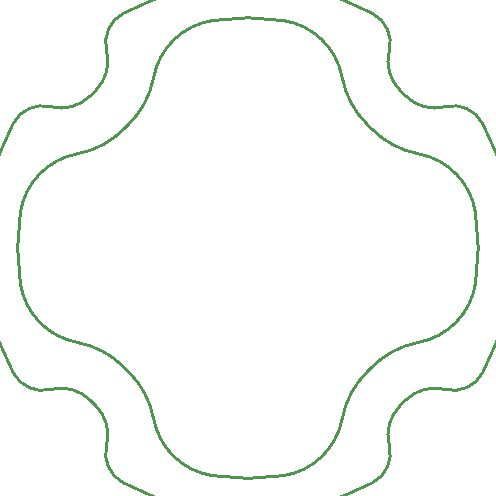
<source format=gbr>
%TF.GenerationSoftware,KiCad,Pcbnew,7.0.6*%
%TF.CreationDate,2023-08-09T16:46:28+09:30*%
%TF.ProjectId,interior-lighting,696e7465-7269-46f7-922d-6c6967687469,V1.0*%
%TF.SameCoordinates,Original*%
%TF.FileFunction,Profile,NP*%
%FSLAX46Y46*%
G04 Gerber Fmt 4.6, Leading zero omitted, Abs format (unit mm)*
G04 Created by KiCad (PCBNEW 7.0.6) date 2023-08-09 16:46:28*
%MOMM*%
%LPD*%
G01*
G04 APERTURE LIST*
%TA.AperFunction,Profile*%
%ADD10C,0.250000*%
%TD*%
G04 APERTURE END LIST*
D10*
X116694378Y-111954950D02*
G75*
G03*
X119864397Y-110556726I696222J2714150D01*
G01*
X88035049Y-116684378D02*
G75*
G03*
X87082160Y-113302847I-3390249J869678D01*
G01*
X103013413Y-119255815D02*
G75*
G03*
X107983520Y-114433109I-927313J5928015D01*
G01*
X89433280Y-80125613D02*
G75*
G03*
X88035062Y-83295619I1315920J-2473787D01*
G01*
X112917831Y-113302838D02*
G75*
G03*
X111964939Y-116684381I2437369J-2511862D01*
G01*
X103013404Y-80724243D02*
G75*
G03*
X96986596Y-80724243I-3013404J-19265749D01*
G01*
X88035050Y-116684378D02*
G75*
G03*
X89433274Y-119854397I2714150J-696222D01*
G01*
X92016536Y-114433098D02*
G75*
G03*
X96986596Y-119255756I5897264J1105198D01*
G01*
X119265756Y-103003404D02*
G75*
G03*
X119265756Y-96976596I-19265756J3013404D01*
G01*
X116694378Y-111954951D02*
G75*
G03*
X113312847Y-112907840I-869678J-3390249D01*
G01*
X89557849Y-110122321D02*
G75*
G03*
X89867679Y-110432151I10436551J10126721D01*
G01*
X89867666Y-89547835D02*
G75*
G03*
X92016479Y-85546891I-5222766J5382535D01*
G01*
X113312838Y-87072169D02*
G75*
G03*
X116694381Y-88025061I2511862J2437369D01*
G01*
X119265815Y-96976587D02*
G75*
G03*
X114443109Y-92006480I-5928015J-927313D01*
G01*
X83305622Y-88025049D02*
G75*
G03*
X86687153Y-87072160I869678J3390249D01*
G01*
X89433274Y-119854398D02*
G75*
G03*
X110566726Y-119854398I10566726J19864399D01*
G01*
X114443107Y-107973509D02*
G75*
G03*
X110442153Y-110122323I1381693J-7371791D01*
G01*
X83305622Y-88025050D02*
G75*
G03*
X80135603Y-89423274I-696222J-2714150D01*
G01*
X89867679Y-89547849D02*
G75*
G03*
X89557849Y-89857679I10126721J-10436551D01*
G01*
X86687153Y-112907840D02*
G75*
G03*
X87082160Y-113302847I13308547J12913540D01*
G01*
X111964950Y-83295622D02*
G75*
G03*
X110566726Y-80125603I-2714150J696222D01*
G01*
X80734185Y-103003413D02*
G75*
G03*
X85556891Y-107973520I5928015J927313D01*
G01*
X107983509Y-85546893D02*
G75*
G03*
X110132323Y-89547847I7371791J1381693D01*
G01*
X110442165Y-89857666D02*
G75*
G03*
X114443109Y-92006479I5382535J5222766D01*
G01*
X87082160Y-86677153D02*
G75*
G03*
X86687153Y-87072160I12913540J-13308547D01*
G01*
X96986596Y-119255757D02*
G75*
G03*
X103013404Y-119255757I3013404J19265749D01*
G01*
X110132334Y-110432165D02*
G75*
G03*
X107983521Y-114433109I5222766J-5382535D01*
G01*
X80135613Y-110556720D02*
G75*
G03*
X83305619Y-111954938I2473787J1315920D01*
G01*
X114443098Y-107973464D02*
G75*
G03*
X119265756Y-103003404I-1105198J5897264D01*
G01*
X85556893Y-92006491D02*
G75*
G03*
X89557847Y-89857677I-1381693J7371791D01*
G01*
X87082169Y-86677162D02*
G75*
G03*
X88035061Y-83295619I-2437369J2511862D01*
G01*
X112917840Y-113302847D02*
G75*
G03*
X113312847Y-112907840I-12913540J13308547D01*
G01*
X110442151Y-89857679D02*
G75*
G03*
X110132321Y-89547849I-10436551J-10126721D01*
G01*
X86687162Y-112907831D02*
G75*
G03*
X83305619Y-111954939I-2511862J-2437369D01*
G01*
X107983464Y-85546902D02*
G75*
G03*
X103013404Y-80724244I-5897264J-1105198D01*
G01*
X110566720Y-119854387D02*
G75*
G03*
X111964938Y-116684381I-1315920J2473787D01*
G01*
X89557835Y-110122334D02*
G75*
G03*
X85556891Y-107973521I-5382535J-5222766D01*
G01*
X85556902Y-92006536D02*
G75*
G03*
X80734244Y-96976596I1105198J-5897264D01*
G01*
X96986596Y-80724241D02*
G75*
G03*
X92016479Y-85546891I927264J-5927989D01*
G01*
X113312847Y-87072160D02*
G75*
G03*
X112917840Y-86677153I-13308547J-12913540D01*
G01*
X80734244Y-96976596D02*
G75*
G03*
X80734244Y-103003404I19265756J-3013404D01*
G01*
X111964951Y-83295622D02*
G75*
G03*
X112917840Y-86677153I3390249J-869678D01*
G01*
X110132321Y-110432151D02*
G75*
G03*
X110442151Y-110122321I-10126721J10436551D01*
G01*
X92016491Y-114433107D02*
G75*
G03*
X89867677Y-110432153I-7371791J-1381693D01*
G01*
X80135602Y-89423274D02*
G75*
G03*
X80135602Y-110556726I19864398J-10566726D01*
G01*
X119864398Y-110556726D02*
G75*
G03*
X119864398Y-89423274I-19864398J10566726D01*
G01*
X110566726Y-80125602D02*
G75*
G03*
X89433274Y-80125602I-10566726J-19864399D01*
G01*
X119864387Y-89423280D02*
G75*
G03*
X116694381Y-88025062I-2473787J-1315920D01*
G01*
M02*

</source>
